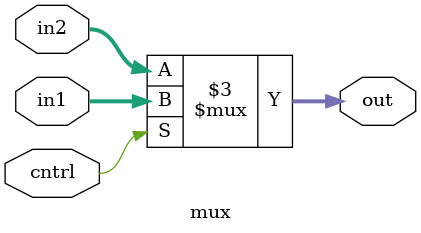
<source format=v>
module mux(out, in1, in2, cntrl);
output [15:0]out;
input [15:0] in1, in2;
input cntrl;
always@(in1, in2, cntrl)
begin
	if(cntrl)	out = in1;
	else out = in2;	
end
endmodule

</source>
